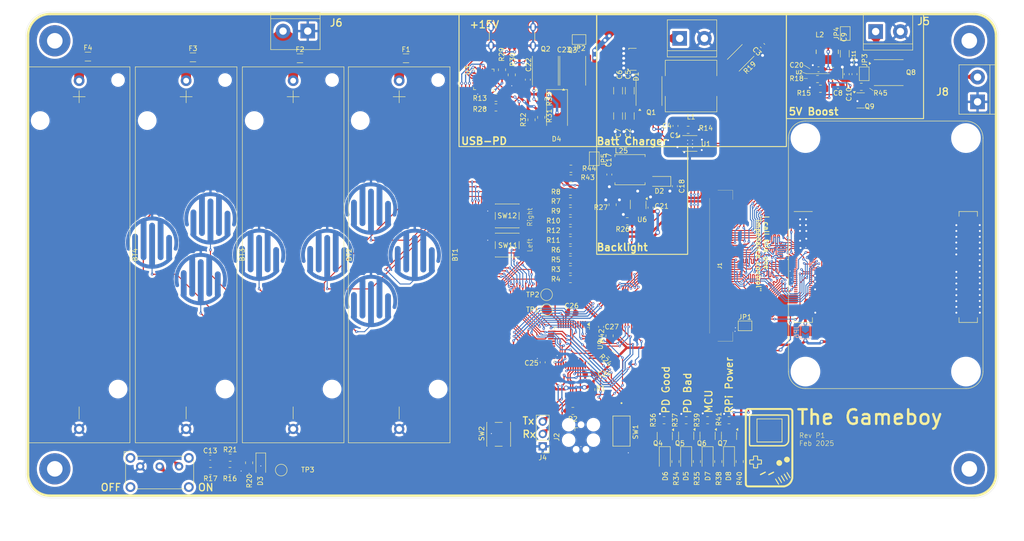
<source format=kicad_pcb>
(kicad_pcb
	(version 20240108)
	(generator "pcbnew")
	(generator_version "8.0")
	(general
		(thickness 1.6)
		(legacy_teardrops no)
	)
	(paper "A4")
	(title_block
		(title "The Gameboy")
		(rev "P1")
	)
	(layers
		(0 "F.Cu" signal)
		(31 "B.Cu" signal)
		(32 "B.Adhes" user "B.Adhesive")
		(33 "F.Adhes" user "F.Adhesive")
		(34 "B.Paste" user)
		(35 "F.Paste" user)
		(36 "B.SilkS" user "B.Silkscreen")
		(37 "F.SilkS" user "F.Silkscreen")
		(38 "B.Mask" user)
		(39 "F.Mask" user)
		(40 "Dwgs.User" user "User.Drawings")
		(41 "Cmts.User" user "User.Comments")
		(42 "Eco1.User" user "User.Eco1")
		(43 "Eco2.User" user "User.Eco2")
		(44 "Edge.Cuts" user)
		(45 "Margin" user)
		(46 "B.CrtYd" user "B.Courtyard")
		(47 "F.CrtYd" user "F.Courtyard")
		(48 "B.Fab" user)
		(49 "F.Fab" user)
		(50 "User.1" user)
		(51 "User.2" user)
		(52 "User.3" user)
		(53 "User.4" user)
		(54 "User.5" user)
		(55 "User.6" user)
		(56 "User.7" user)
		(57 "User.8" user)
		(58 "User.9" user)
	)
	(setup
		(stackup
			(layer "F.SilkS"
				(type "Top Silk Screen")
			)
			(layer "F.Paste"
				(type "Top Solder Paste")
			)
			(layer "F.Mask"
				(type "Top Solder Mask")
				(thickness 0.01)
			)
			(layer "F.Cu"
				(type "copper")
				(thickness 0.035)
			)
			(layer "dielectric 1"
				(type "core")
				(thickness 1.51)
				(material "FR4")
				(epsilon_r 4.5)
				(loss_tangent 0.02)
			)
			(layer "B.Cu"
				(type "copper")
				(thickness 0.035)
			)
			(layer "B.Mask"
				(type "Bottom Solder Mask")
				(thickness 0.01)
			)
			(layer "B.Paste"
				(type "Bottom Solder Paste")
			)
			(layer "B.SilkS"
				(type "Bottom Silk Screen")
			)
			(copper_finish "None")
			(dielectric_constraints no)
		)
		(pad_to_mask_clearance 0)
		(allow_soldermask_bridges_in_footprints yes)
		(aux_axis_origin 50 150)
		(pcbplotparams
			(layerselection 0x00010fc_ffffffff)
			(plot_on_all_layers_selection 0x0000000_00000000)
			(disableapertmacros no)
			(usegerberextensions no)
			(usegerberattributes yes)
			(usegerberadvancedattributes yes)
			(creategerberjobfile yes)
			(dashed_line_dash_ratio 12.000000)
			(dashed_line_gap_ratio 3.000000)
			(svgprecision 4)
			(plotframeref no)
			(viasonmask no)
			(mode 1)
			(useauxorigin no)
			(hpglpennumber 1)
			(hpglpenspeed 20)
			(hpglpendiameter 15.000000)
			(pdf_front_fp_property_popups yes)
			(pdf_back_fp_property_popups yes)
			(dxfpolygonmode yes)
			(dxfimperialunits yes)
			(dxfusepcbnewfont yes)
			(psnegative no)
			(psa4output no)
			(plotreference yes)
			(plotvalue yes)
			(plotfptext yes)
			(plotinvisibletext no)
			(sketchpadsonfab no)
			(subtractmaskfromsilk no)
			(outputformat 1)
			(mirror no)
			(drillshape 1)
			(scaleselection 1)
			(outputdirectory "")
		)
	)
	(net 0 "")
	(net 1 "/Rpi CM4/G1")
	(net 2 "/Rpi CM4/B0")
	(net 3 "/Rpi CM4/R5")
	(net 4 "BAT+")
	(net 5 "/Rpi CM4/VSYNC")
	(net 6 "/Rpi CM4/B3")
	(net 7 "unconnected-(J1-NC-Pad49)")
	(net 8 "unconnected-(J1-NC-Pad47)")
	(net 9 "/Rpi CM4/G0")
	(net 10 "unconnected-(J1-NC-Pad43)")
	(net 11 "/Rpi CM4/G7")
	(net 12 "/Rpi CM4/HSYNC")
	(net 13 "/Rpi CM4/B2")
	(net 14 "USB-PD-V+")
	(net 15 "/Rpi CM4/SPENB")
	(net 16 "/Rpi CM4/R2")
	(net 17 "/Rpi CM4/R0")
	(net 18 "unconnected-(J1-NC-Pad45)")
	(net 19 "unconnected-(J1-NC-Pad50)")
	(net 20 "unconnected-(J1-NC-Pad39)")
	(net 21 "/Rpi CM4/DCLK")
	(net 22 "/Rpi CM4/G2")
	(net 23 "unconnected-(J1-NC-Pad48)")
	(net 24 "/Rpi CM4/R1")
	(net 25 "/Rpi CM4/B7")
	(net 26 "/Rpi CM4/R4")
	(net 27 "/Rpi CM4/B4")
	(net 28 "/Rpi CM4/R6")
	(net 29 "Net-(C4-Pad1)")
	(net 30 "unconnected-(J1-NC-Pad44)")
	(net 31 "/Rpi CM4/G5")
	(net 32 "/Rpi CM4/B5")
	(net 33 "/Rpi CM4/RSTB")
	(net 34 "/Rpi CM4/B1")
	(net 35 "GND")
	(net 36 "/Rpi CM4/G4")
	(net 37 "unconnected-(J1-NC-Pad40)")
	(net 38 "/Rpi CM4/R3")
	(net 39 "unconnected-(J1-NC-Pad46)")
	(net 40 "/Rpi CM4/B6")
	(net 41 "unconnected-(J1-NC-Pad51)")
	(net 42 "Net-(U1-Comp)")
	(net 43 "/Rpi CM4/G6")
	(net 44 "unconnected-(J1-NC-Pad6)")
	(net 45 "/Rpi CM4/R7")
	(net 46 "unconnected-(J1-NC-Pad7)")
	(net 47 "/Rpi CM4/G3")
	(net 48 "/Rpi CM4/DEN")
	(net 49 "unconnected-(J1-NC-Pad5)")
	(net 50 "Net-(J2-SWDIO)")
	(net 51 "Net-(J2-SWCLK)")
	(net 52 "/Rpi CM4/nReset")
	(net 53 "unconnected-(J2-SWO-Pad6)")
	(net 54 "Net-(JP1-B)")
	(net 55 "Net-(U2-SW)")
	(net 56 "Net-(U2-CBST)")
	(net 57 "Net-(JP4-A)")
	(net 58 "Net-(JP3-B)")
	(net 59 "Net-(C13-Pad2)")
	(net 60 "Net-(S1-B)")
	(net 61 "DISP_LED+")
	(net 62 "Net-(D4-A)")
	(net 63 "Net-(Q2-D)")
	(net 64 "Net-(JP2-B)")
	(net 65 "RPI-3V3")
	(net 66 "SYSTEM_EN")
	(net 67 "Net-(D4-K)")
	(net 68 "Net-(D5-A)")
	(net 69 "Net-(D5-K)")
	(net 70 "Net-(D6-A)")
	(net 71 "Net-(D6-K)")
	(net 72 "Net-(D7-K)")
	(net 73 "Net-(D7-A)")
	(net 74 "Net-(D8-K)")
	(net 75 "Net-(D8-A)")
	(net 76 "MOSI")
	(net 77 "DISP_LED-")
	(net 78 "SCLK")
	(net 79 "Net-(J3-CC2)")
	(net 80 "Net-(J3-CC1)")
	(net 81 "Net-(J4-Pin_3)")
	(net 82 "Net-(J4-Pin_2)")
	(net 83 "Net-(J5-Pin_1)")
	(net 84 "5V1")
	(net 85 "Net-(U1-SENSE)")
	(net 86 "unconnected-(Module1B-HDMI1_TX0_P-Pad158)")
	(net 87 "unconnected-(Module1A-Ethernet_Pair3_P-Pad3)")
	(net 88 "unconnected-(Module1B-CAM0_C_P-Pad142)")
	(net 89 "unconnected-(Module1B-HDMI1_CEC-Pad149)")
	(net 90 "unconnected-(Module1A-SD_DAT1-Pad67)")
	(net 91 "unconnected-(Module1B-HDMI0_CLK_P-Pad188)")
	(net 92 "unconnected-(Module1B-DSI0_D1_N-Pad163)")
	(net 93 "unconnected-(Module1B-CAM0_C_N-Pad140)")
	(net 94 "unconnected-(Module1A-Ethernet_Pair2_N-Pad9)")
	(net 95 "unconnected-(Module1A-Ethernet_Pair0_P-Pad12)")
	(net 96 "unconnected-(Module1A-Ethernet_SYNC_OUT(1.8v)-Pad18)")
	(net 97 "RPI-SCL")
	(net 98 "unconnected-(Module1B-HDMI1_TX0_N-Pad160)")
	(net 99 "unconnected-(Module1B-CAM0_D0_N-Pad128)")
	(net 100 "unconnected-(Module1A-Ethernet_nLED3(3.3v)-Pad15)")
	(net 101 "unconnected-(Module1A-Ethernet_Pair1_N-Pad6)")
	(net 102 "unconnected-(Module1B-CAM0_D1_P-Pad136)")
	(net 103 "unconnected-(Module1A-SD_DAT2-Pad69)")
	(net 104 "unconnected-(Module1A-RUN_PG-Pad92)")
	(net 105 "unconnected-(Module1B-CAM0_D1_N-Pad134)")
	(net 106 "unconnected-(Module1B-PCIe_CLK_P-Pad110)")
	(net 107 "unconnected-(Module1B-PCIe_TX_N-Pad124)")
	(net 108 "unconnected-(Module1A-Ethernet_nLED2(3.3v)-Pad17)")
	(net 109 "unconnected-(Module1B-DSI0_C_N-Pad169)")
	(net 110 "unconnected-(Module1B-HDMI0_TX2_N-Pad172)")
	(net 111 "unconnected-(Module1B-HDMI1_TX2_P-Pad146)")
	(net 112 "RPI-PWR-LED")
	(net 113 "unconnected-(Module1B-HDMI1_CLK_N-Pad166)")
	(net 114 "unconnected-(Module1B-USB_OTG_ID-Pad101)")
	(net 115 "unconnected-(Module1B-HDMI0_CLK_N-Pad190)")
	(net 116 "unconnected-(Module1B-DSI1_D3_N-Pad194)")
	(net 117 "unconnected-(Module1B-HDMI0_TX0_N-Pad184)")
	(net 118 "unconnected-(Module1B-HDMI1_SDA-Pad145)")
	(net 119 "unconnected-(Module1B-DSI1_D0_P-Pad177)")
	(net 120 "unconnected-(Module1B-Reserved-Pad106)")
	(net 121 "unconnected-(Module1A-nRPIBOOT-Pad93)")
	(net 122 "unconnected-(Module1B-DSI1_C_P-Pad189)")
	(net 123 "unconnected-(Module1B-CAM1_D3_N-Pad139)")
	(net 124 "/Rpi CM4/A")
	(net 125 "/Rpi CM4/B")
	(net 126 "/Rpi CM4/X")
	(net 127 "/Rpi CM4/Y")
	(net 128 "/Rpi CM4/Up")
	(net 129 "/Rpi CM4/Down")
	(net 130 "/Rpi CM4/Left")
	(net 131 "/Rpi CM4/Right")
	(net 132 "/Rpi CM4/L")
	(net 133 "/Rpi CM4/R")
	(net 134 "unconnected-(Module1A-SD_DAT5-Pad64)")
	(net 135 "unconnected-(Module1B-CAM1_D2_P-Pad135)")
	(net 136 "unconnected-(Module1B-DSI1_D3_P-Pad196)")
	(net 137 "unconnected-(Module1A-PI_nLED_Activity-Pad21)")
	(net 138 "unconnected-(Module1A-Ethernet_Pair3_N-Pad5)")
	(net 139 "unconnected-(Module1B-~{PCIe_nRST}-Pad109)")
	(net 140 "unconnected-(U1-NC-Pad10)")
	(net 141 "unconnected-(Module1A-BT_nDisable-Pad91)")
	(net 142 "unconnected-(Module1B-PCIe_RX_N-Pad118)")
	(net 143 "unconnected-(Module1A-SD_DAT7-Pad70)")
	(net 144 "unconnected-(Module1B-PCIe_TX_P-Pad122)")
	(net 145 "unconnected-(Module1A-WiFi_nDisable-Pad89)")
	(net 146 "unconnected-(Module1A-SD_CLK-Pad57)")
	(net 147 "unconnected-(Module1A-SD_VDD_Override-Pad73)")
	(net 148 "unconnected-(Module1A-AnalogIP1-Pad94)")
	(net 149 "unconnected-(Module1B-DSI0_D0_N-Pad157)")
	(net 150 "unconnected-(Module1A-nEXTRST-Pad100)")
	(net 151 "unconnected-(Module1B-HDMI0_SDA-Pad199)")
	(net 152 "unconnected-(Module1B-HDMI0_TX0_P-Pad182)")
	(net 153 "unconnected-(Module1B-DSI0_D0_P-Pad159)")
	(net 154 "unconnected-(Module1B-DSI0_C_P-Pad171)")
	(net 155 "unconnected-(Module1B-CAM1_C_P-Pad129)")
	(net 156 "unconnected-(Module1B-HDMI1_TX2_N-Pad148)")
	(net 157 "unconnected-(Module1A-+5v_(Input)-Pad77)")
	(net 158 "unconnected-(Module1A-AnalogIP0-Pad96)")
	(net 159 "unconnected-(Module1A-Ethernet_nLED1(3.3v)-Pad19)")
	(net 160 "unconnected-(Module1A-SD_PWR_ON-Pad75)")
	(net 161 "unconnected-(Module1A-Ethernet_Pair2_P-Pad11)")
	(net 162 "unconnected-(Module1B-HDMI1_SCL-Pad147)")
	(net 163 "unconnected-(Module1B-DSI1_D2_P-Pad195)")
	(net 164 "unconnected-(Module1B-CAM1_C_N-Pad127)")
	(net 165 "unconnected-(Module1B-DSI1_C_N-Pad187)")
	(net 166 "unconnected-(Module1A-EEPROM_nWP-Pad20)")
	(net 167 "unconnected-(Module1B-HDMI1_TX1_P-Pad152)")
	(net 168 "unconnected-(Module1A-Ethernet_Pair0_N-Pad10)")
	(net 169 "unconnected-(Module1B-HDMI0_TX2_P-Pad170)")
	(net 170 "unconnected-(Module1B-DSI1_D1_N-Pad181)")
	(net 171 "unconnected-(Module1A-SD_DAT0-Pad63)")
	(net 172 "unconnected-(Module1A-Ethernet_SYNC_IN(1.8v)-Pad16)")
	(net 173 "unconnected-(Module1B-PCIe_RX_P-Pad116)")
	(net 174 "unconnected-(Module1B-HDMI0_TX1_P-Pad176)")
	(net 175 "unconnected-(Module1A-+1.8v_(Output)-Pad88)")
	(net 176 "unconnected-(Module1A-SD_DAT3-Pad61)")
	(net 177 "RPI-SDA")
	(net 178 "unconnected-(Module1B-Reserved-Pad104)")
	(net 179 "unconnected-(Module1B-DSI1_D1_P-Pad183)")
	(net 180 "unconnected-(Module1A-SD_DAT4-Pad68)")
	(net 181 "unconnected-(Module1B-DSI1_D0_N-Pad175)")
	(net 182 "unconnected-(Module1A-+1.8v_(Output)-Pad90)")
	(net 183 "unconnected-(Module1A-SD_DAT6-Pad72)")
	(net 184 "unconnected-(Module1A-Ethernet_Pair1_P-Pad4)")
	(net 185 "unconnected-(Module1A-Camera_GPIO-Pad97)")
	(net 186 "unconnected-(Module1B-CAM1_D1_P-Pad123)")
	(net 187 "unconnected-(Module1B-DSI1_D2_N-Pad193)")
	(net 188 "unconnected-(Module1B-HDMI0_SCL-Pad200)")
	(net 189 "unconnected-(Module1B-HDMI0_HOTPLUG-Pad153)")
	(net 190 "unconnected-(Module1B-HDMI1_HOTPLUG-Pad143)")
	(net 191 "unconnected-(Module1B-CAM1_D0_N-Pad115)")
	(net 192 "unconnected-(Module1B-VDAC_COMP-Pad111)")
	(net 193 "unconnected-(Module1A-SD_CMD-Pad62)")
	(net 194 "unconnected-(Module1B-HDMI0_CEC-Pad151)")
	(net 195 "unconnected-(Module1B-HDMI1_CLK_P-Pad164)")
	(net 196 "unconnected-(Module1B-HDMI0_TX1_N-Pad178)")
	(net 197 "unconnected-(Module1B-USB_N-Pad103)")
	(net 198 "unconnected-(Module1B-HDMI1_TX1_N-Pad154)")
	(net 199 "unconnected-(Module1B-CAM0_D0_P-Pad130)")
	(net 200 "unconnected-(Module1B-~{PCIe_CLK_nREQ}-Pad102)")
	(net 201 "unconnected-(Module1B-USB_P-Pad105)")
	(net 202 "unconnected-(Module1B-DSI0_D1_P-Pad165)")
	(net 203 "unconnected-(Module1A-Reserved-Pad76)")
	(net 204 "unconnected-(Module1B-CAM1_D2_N-Pad133)")
	(net 205 "unconnected-(Module1B-CAM1_D1_N-Pad121)")
	(net 206 "unconnected-(Module1B-PCIe_CLK_N-Pad112)")
	(net 207 "unconnected-(Module1B-CAM1_D3_P-Pad141)")
	(net 208 "unconnected-(Module1B-CAM1_D0_P-Pad117)")
	(net 209 "unconnected-(Module1A-Global_EN-Pad99)")
	(net 210 "Net-(Q1-G)")
	(net 211 "PD-GoodLED")
	(net 212 "PD-BadLED")
	(net 213 "MCU-PWRLED")
	(net 214 "Net-(U9-BOOT0)")
	(net 215 "Net-(U3-VDDD)")
	(net 216 "Net-(U3-VBUS_MAX)")
	(net 217 "Net-(U2-FB)")
	(net 218 "BAT_SENS")
	(net 219 "DISP_PWM")
	(net 220 "Net-(U3-ISNK_COARSE)")
	(net 221 "Net-(U3-VBUS_FET_EN)")
	(net 222 "PD-SDA")
	(net 223 "PD-SCL")
	(net 224 "unconnected-(U3-NC-Pad21)")
	(net 225 "unconnected-(U3-SAFE_PWR_EN-Pad4)")
	(net 226 "unconnected-(U3-FLIP-Pad10)")
	(net 227 "unconnected-(U3-NC-Pad20)")
	(net 228 "PD-FAULT")
	(net 229 "unconnected-(U3-GND-Pad22)")
	(net 230 "unconnected-(U3-NC-Pad17)")
	(net 231 "unconnected-(U3-~{HPI_INT}-Pad7)")
	(net 232 "unconnected-(U3-GPIO_1-Pad8)")
	(net 233 "unconnected-(U3-GND-Pad25)")
	(net 234 "unconnected-(U3-VCCD-Pad24)")
	(net 235 "unconnected-(U3-NC-Pad16)")
	(net 236 "unconnected-(U9-PB15-Pad28)")
	(net 237 "unconnected-(U9-PC13-Pad2)")
	(net 238 "Net-(U9-PA1)")
	(net 239 "unconnected-(U9-PC15-Pad4)")
	(net 240 "unconnected-(U9-PD0-Pad5)")
	(net 241 "unconnected-(U9-PC14-Pad3)")
	(net 242 "unconnected-(U9-PD1-Pad6)")
	(net 243 "unconnected-(U9-PB14-Pad27)")
	(net 244 "RPI_EN")
	(net 245 "Net-(U9-PA2)")
	(net 246 "Net-(Q8-G)")
	(net 247 "Net-(Q1-D)")
	(net 248 "Net-(D2-A)")
	(net 249 "Net-(JP5-A)")
	(net 250 "Net-(JP6-A)")
	(net 251 "Net-(BT1-+)")
	(net 252 "Net-(BT2-+)")
	(net 253 "Net-(BT3-+)")
	(net 254 "Net-(BT4-+)")
	(net 255 "GNDA")
	(footprint "TerminalBlock:TerminalBlock_bornier-2_P5.08mm" (layer "F.Cu") (at 224.75 54.1))
	(footprint "Resistor_SMD:R_0805_2012Metric_Pad1.20x1.40mm_HandSolder" (layer "F.Cu") (at 196.8 142.5 -90))
	(footprint "Resistor_SMD:R_0805_2012Metric_Pad1.20x1.40mm_HandSolder" (layer "F.Cu") (at 154 72.239 -90))
	(footprint "TerminalBlock:TerminalBlock_bornier-2_P5.08mm" (layer "F.Cu") (at 245.7 68.55 90))
	(footprint "Resistor_SMD:R_0805_2012Metric_Pad1.20x1.40mm_HandSolder" (layer "F.Cu") (at 162 97 180))
	(footprint "Resistor_SMD:R_0805_2012Metric_Pad1.20x1.40mm_HandSolder" (layer "F.Cu") (at 162 99 180))
	(footprint "Connector:Tag-Connect_TC2030-IDC-FP_2x03_P1.27mm_Vertical" (layer "F.Cu") (at 164.184 137.46 -90))
	(footprint "Jumper:SolderJumper-2_P1.3mm_Open_TrianglePad1.0x1.5mm" (layer "F.Cu") (at 197.9 114.6))
	(footprint "Jumper:SolderJumper-2_P1.3mm_Open_TrianglePad1.0x1.5mm" (layer "F.Cu") (at 166.9 80.25 90))
	(footprint "Resistor_SMD:R_0805_2012Metric_Pad1.20x1.40mm_HandSolder" (layer "F.Cu") (at 162 101 180))
	(footprint "Resistor_SMD:R_0805_2012Metric_Pad1.20x1.40mm_HandSolder" (layer "F.Cu") (at 92.05 141.7))
	(footprint "Package_TO_SOT_SMD:SOT-23-3" (layer "F.Cu") (at 221.6625 68.26))
	(footprint "Resistor_SMD:R_0805_2012Metric_Pad1.20x1.40mm_HandSolder" (layer "F.Cu") (at 188 142.5 -90))
	(footprint "Capacitor_SMD:C_1206_3216Metric_Pad1.33x1.80mm_HandSolder" (layer "F.Cu") (at 171.8 66.2625 90))
	(footprint "Fuse:Fuse_1206_3216Metric" (layer "F.Cu") (at 84.4 59.4))
	(footprint "TestPoint:TestPoint_Pad_D2.0mm" (layer "F.Cu") (at 157.1 111.3 -90))
	(footprint "Diode_SMD:D_1206_3216Metric_Pad1.42x1.75mm_HandSolder" (layer "F.Cu") (at 181.4 141.9 -90))
	(footprint "Resistor_SMD:R_0805_2012Metric_Pad1.20x1.40mm_HandSolder" (layer "F.Cu") (at 147.94 61.954 90))
	(footprint "Resistor_SMD:R_0805_2012Metric_Pad1.20x1.40mm_HandSolder" (layer "F.Cu") (at 181.25 134 180))
	(footprint "Inductor_SMD:L_Bourns_SRN6045TA" (layer "F.Cu") (at 174.25 82.5))
	(footprint "Capacitor_SMD:C_1206_3216Metric_Pad1.33x1.80mm_HandSolder" (layer "F.Cu") (at 218.4 58.66 90))
	(footprint "Fuse:Fuse_1206_3216Metric" (layer "F.Cu") (at 128.2 59.6))
	(footprint "000-Footprints:Texas_RNS0007A_VQFN_2x2mm" (layer "F.Cu") (at 216.76 62.71 90))
	(footprint "Capacitor_SMD:C_0603_1608Metric_Pad1.08x0.95mm_HandSolder" (layer "F.Cu") (at 153.25 63.989 -90))
	(footprint "LOGO" (layer "F.Cu") (at 202.84 139.64))
	(footprint "Package_TO_SOT_SMD:TO-277A" (layer "F.Cu") (at 177.15 59.8 90))
	(footprint "Resistor_SMD:R_0805_2012Metric_Pad1.20x1.40mm_HandSolder" (layer "F.Cu") (at 185.8 134 180))
	(footprint "Capacitor_SMD:C_0603_1608Metric_Pad1.08x0.95mm_HandSolder" (layer "F.Cu") (at 220.4 62.86 90))
	(footprint "Resistor_SMD:R_0805_2012Metric_Pad1.20x1.40mm_HandSolder"
		(layer "F.Cu")
		(uuid "32a5ebae-1223-455a-9386-d46e1122f044")
		(at 212.8 63.86)
		(descr "Resistor SMD 0805 (2012 Metric), square (rectangular) end terminal, IPC_7351 nominal with elongated pad for handsoldering. (Body size source: IPC-SM-782 page 72, https://www.pcb-3d.com/wordpress/wp-content/uploads/ipc-sm-782a_amendment_1_and_2.pdf), generated with kicad-footprint-generator")
		(tags "resistor handsolder")
		(property "Reference" "R18"
			(at -4.3 -0.11 0)
			(layer "F.SilkS")
			(uuid "8bfce3e3-548e-4f7c-835b-b854dfd19db6")
			(effects
				(font
					(size 1 1)
					(thickness 0.15)
				)
			)
		)
		(property "Value" "330k"
			(at 0 1.65 0)
			(layer "F.Fab")
			(uuid "f19b4657-e63b-48cb-9ad9-b0bbbeb7fd35")
			(effects
				(font
					(size 1 1)
					(thickness 0.15)
				)
			)
		)
		(property "Footprint" "Resistor_SMD:R_0805_2012Metric_Pad1.20x1.40mm_HandSolder"
			(at 0 0 0)
			(unlocked yes)
			(layer "F.Fab")
			(hide yes)
			(uuid "88f86332-0d16-43d0-af8c-f55f9c581e52")
			(effects
				(font
					(size 1.27 1.27)
					(thickness 0.15)
				)
			)
		)
		(property "Datasheet" ""
			(at 0 0 0)
			(unlocked yes)
			(layer "F.Fab")
			(hide yes)
			(uuid "7a4f2c41-3053-45ab-ae34-dafdd51b6225")
			(effects
				(font
					(size 1.27 1.27)
					(thickness 0.15)
				)
			)
		)
		(property "Description" ""
			(at 0 0 0)
			(unlocked yes)
			(layer "F.Fab")
			(hide yes)
			(uuid "da81c179-3498-4cdd-9568-9e80bcb8784f")
			(effects
				(font
					(size 1.27 1.27)
					(thickness 0.15)
				)
			)
		)
		(property "PN" "RES-330K "
			(at 0 0 0)
			(unlocked yes)
			(layer "F.Fab")
			(hide yes)
			(uuid "816fb38d-2021-446a-8a73-4a8ed7710649")
			(effects
				(font
					(size 1 1)
					(thickness 0.15)
				)
			)
		)
		(property "Digikey PN" "P330KCCT-ND "
			(at 0 0 0)
			(unlocked yes)
			(layer "F.Fab")
			(hide yes)
			(uuid "e1294dc3-f023-4399-ab7f-b90fa2f9c86b")
			(effects
				(font
					(size 1 1)
					(thickness 0.15)
				)
			)
		)
		(property ki_fp_filters "R_*")
		(path "/fda06078-0a94-4e9a-bf3f-1023a13d29be/e59a878c-1a5e-40b3-bfce-df77ef90899f")
		(sheetname "Power Management")
		(sheetfile "Power.kicad_sch")
		(attr smd)
		(fp_line
			(start -0.227064 -0.735)
			(end 0.227064 -0.735)
			(stroke
				(width 0.12)
				(type solid)
			)
			(layer "F.SilkS")
			(uuid "8cbc2137-a0e0-4f1e-97ee-d1121eb1aaba")
		)
		(fp_line
			(start -0.227064 0.735)
			(end 0.227064 0.735)
			(stroke
				(width 0.12)
				(type solid)
			)
			(layer "F.SilkS")
			(uuid "20ccede2-f3c1-4a09-ae62-a4a34ee5d781")
		)
		(fp_line
			(start -1.85 -0.95)
			(end 1.85 -0.95)
			(stroke
				(width 0.05)
				(type solid)
			)
			(layer "F.CrtYd")
			(uuid "fa706aef-8718-4896-a8b0-bd8e68d4ff4d")
		)
		(fp_line
			(start -1.85 0.95)
			(end -1.85 -0.95)
			(stroke
				(width 0.05)
				(type solid)
			)
			(layer "F.CrtYd")
			(uuid "ab477768-9cb6-437b-83d2-b79e85f450ed")
		)
		(fp_line
			(start 1.85 -0.95)
			(end 1.85 0.95)
			(stroke
				(width 0.05)
				(type solid)
			)
			(layer "F.CrtYd")
			(uuid "ae508522-4c79-4a9d-bc18-407fa7d552a9")
		)
		(fp_line
			(start 1.85 0.95)
			(end -1.85 0.95)
			(stroke
				(width 0.05)
				(type solid)
			)
			(layer "F.CrtYd")
			(uuid "b6da2394-789b-4678-8e54-939279a88cf6")
		)
		(fp_line
			(start -1 -0.625)
			(end 1 -0.625)
			(stroke
				(width 0.1)
				(type solid)
			)
			(layer "F.Fab")
			(uuid "f070be10-7aaa-46db-890a-8287aca89533")
		)
		(fp_line
			(start -1 0.625)
			(end -1 -0.625)
			(stroke
				(width 0.1)
				(type solid)
			)
			(layer "F.Fab")
			(uuid "66bbd612-7f91-4702-8dc8-6b2fd962f978")
		)
		(fp_line
			(start 1 -0.625)
			(end 1 0.625)
			(stroke
				(width 0.1)
				(type solid)
			)
			(layer "F.Fab")
			(uuid "9283209b-06ac-4d1d-8aaa-53074db3a8cb")
		)
		(fp_line
			(start 1 0.625)
			(end -1 0.625)
			(stroke
				(width 0.1)
				(type solid)
			)
			(layer "F.Fab")
			(uuid "24b7f4c6-85b9-48e0-aa09-a32704772c11")
		)
		(fp_text user "${REFERENCE}"
			(at 0 0 0)
			(layer "F.Fab")
			(uuid "c9153303-44ee-4e6b-bb91-af960ddd0180")
			(effects
				(font
					(size 0.5 0.5)
					(thickness 0.08)
				)
			)
		)
		(pad "1" smd roundrect
			(at -1 0)
			(size 1.2 1.4)
			(layers "F.Cu" "F.Paste" "F.Mask")
			(roundrect_rratio 0.208333)
			(net 58 "Net-(JP3-B)")
			(pintype "passive")
			(teardrops
				(best_length_ratio 0.5)
				(max_length 1)
				(best_width_ratio 1)
				(max_width 2)
				(curve_points 5)
				(filter_ratio 0.9)
				(enabled yes)
				(allow_two_segments yes)
				(prefer_zone_connections yes)
			)
	
... [2937582 chars truncated]
</source>
